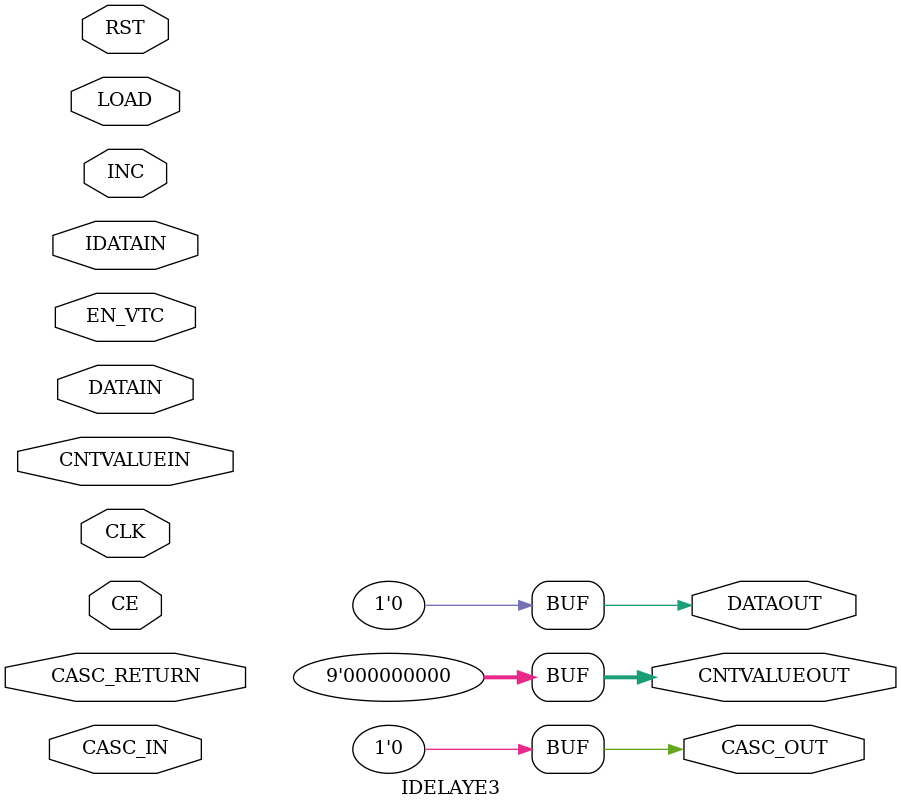
<source format=v>
module IDELAYE3(	// file.cleaned.mlir:2:3
  input        CASC_IN,	// file.cleaned.mlir:2:26
               CASC_RETURN,	// file.cleaned.mlir:2:44
               CE,	// file.cleaned.mlir:2:66
               CLK,	// file.cleaned.mlir:2:79
  input  [8:0] CNTVALUEIN,	// file.cleaned.mlir:2:93
  input        DATAIN,	// file.cleaned.mlir:2:114
               EN_VTC,	// file.cleaned.mlir:2:131
               IDATAIN,	// file.cleaned.mlir:2:148
               INC,	// file.cleaned.mlir:2:166
               LOAD,	// file.cleaned.mlir:2:180
               RST,	// file.cleaned.mlir:2:195
  output       CASC_OUT,	// file.cleaned.mlir:2:210
  output [8:0] CNTVALUEOUT,	// file.cleaned.mlir:2:229
  output       DATAOUT	// file.cleaned.mlir:2:251
);

  assign CASC_OUT = 1'h0;	// file.cleaned.mlir:3:14, :5:5
  assign CNTVALUEOUT = 9'h0;	// file.cleaned.mlir:4:14, :5:5
  assign DATAOUT = 1'h0;	// file.cleaned.mlir:3:14, :5:5
endmodule


</source>
